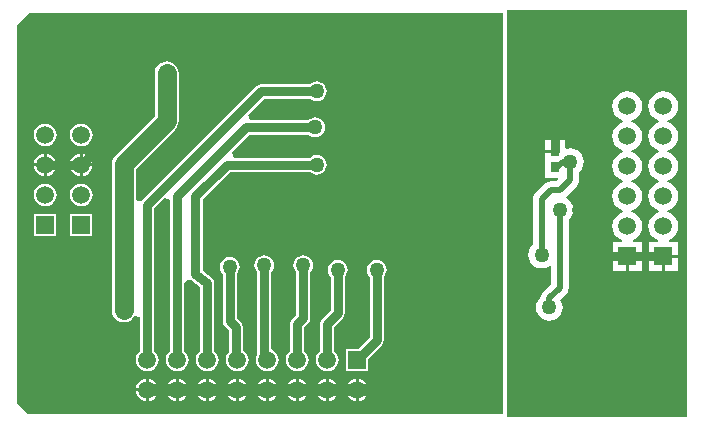
<source format=gbl>
%FSTAX43Y43*%
%MOMM*%
%SFA1B1*%

%IPPOS*%
%ADD11R,0.699999X0.899998*%
%ADD18C,0.499999*%
%ADD20C,0.799998*%
%ADD21C,1.599997*%
%ADD22C,1.499997*%
%ADD23R,1.499997X1.499997*%
%ADD24C,1.269997*%
%ADD25C,0.999998*%
%LNpcb2-1*%
%LPD*%
G36*
X0106171Y0054482D02*
X0090931D01*
Y0088899*
X0106171*
Y0054482*
G37*
G36*
X009055Y0054736D02*
X0050291D01*
X0049402Y0055625*
Y0087629*
X0050291Y0088518*
X0050418Y0088645*
X009055*
Y0054736*
G37*
%LNpcb2-2*%
%LPC*%
G36*
X0063118Y0057709D02*
Y0056895D01*
X0063932*
X0063917Y0057016*
X0063821Y0057247*
X0063669Y0057446*
X006347Y0057598*
X0063239Y0057694*
X0063118Y0057709*
G37*
G36*
X0065404D02*
X0065283Y0057694D01*
X0065052Y0057598*
X0064853Y0057446*
X0064701Y0057247*
X0064605Y0057016*
X006459Y0056895*
X0065404*
Y0057709*
G37*
G36*
X0065658D02*
Y0056895D01*
X0066472*
X0066457Y0057016*
X0066361Y0057247*
X0066209Y0057446*
X006601Y0057598*
X0065779Y0057694*
X0065658Y0057709*
G37*
G36*
X0062864D02*
X0062743Y0057694D01*
X0062512Y0057598*
X0062313Y0057446*
X0062161Y0057247*
X0062065Y0057016*
X006205Y0056895*
X0062864*
Y0057709*
G37*
G36*
X0079172Y0056641D02*
X0078358D01*
Y0055827*
X0078479Y0055842*
X007871Y0055938*
X0078909Y005609*
X0079061Y0056289*
X0079157Y005652*
X0079172Y0056641*
G37*
G36*
X0060324Y0057709D02*
X0060203Y0057694D01*
X0059972Y0057598*
X0059773Y0057446*
X0059621Y0057247*
X0059525Y0057016*
X005951Y0056895*
X0060324*
Y0057709*
G37*
G36*
X0060578D02*
Y0056895D01*
X0061392*
X0061377Y0057016*
X0061281Y0057247*
X0061129Y0057446*
X006093Y0057598*
X0060699Y0057694*
X0060578Y0057709*
G37*
G36*
X0073024D02*
X0072903Y0057694D01*
X0072672Y0057598*
X0072473Y0057446*
X0072321Y0057247*
X0072225Y0057016*
X007221Y0056895*
X0073024*
Y0057709*
G37*
G36*
X0073278D02*
Y0056895D01*
X0074092*
X0074077Y0057016*
X0073981Y0057247*
X0073829Y0057446*
X007363Y0057598*
X0073399Y0057694*
X0073278Y0057709*
G37*
G36*
X0075564D02*
X0075443Y0057694D01*
X0075212Y0057598*
X0075013Y0057446*
X0074861Y0057247*
X0074765Y0057016*
X007475Y0056895*
X0075564*
Y0057709*
G37*
G36*
X0070738D02*
Y0056895D01*
X0071552*
X0071537Y0057016*
X0071441Y0057247*
X0071289Y0057446*
X007109Y0057598*
X0070859Y0057694*
X0070738Y0057709*
G37*
G36*
X0067944D02*
X0067823Y0057694D01*
X0067592Y0057598*
X0067393Y0057446*
X0067241Y0057247*
X0067145Y0057016*
X006713Y0056895*
X0067944*
Y0057709*
G37*
G36*
X0068198D02*
Y0056895D01*
X0069012*
X0068997Y0057016*
X0068901Y0057247*
X0068749Y0057446*
X006855Y0057598*
X0068319Y0057694*
X0068198Y0057709*
G37*
G36*
X0070484D02*
X0070363Y0057694D01*
X0070132Y0057598*
X0069933Y0057446*
X0069781Y0057247*
X0069685Y0057016*
X006967Y0056895*
X0070484*
Y0057709*
G37*
G36*
X0078104Y0056641D02*
X007729D01*
X0077305Y005652*
X0077401Y0056289*
X0077553Y005609*
X0077752Y0055938*
X0077983Y0055842*
X0078104Y0055827*
Y0056641*
G37*
G36*
X0065404D02*
X006459D01*
X0064605Y005652*
X0064701Y0056289*
X0064853Y005609*
X0065052Y0055938*
X0065283Y0055842*
X0065404Y0055827*
Y0056641*
G37*
G36*
X0066472D02*
X0065658D01*
Y0055827*
X0065779Y0055842*
X006601Y0055938*
X0066209Y005609*
X0066361Y0056289*
X0066457Y005652*
X0066472Y0056641*
G37*
G36*
X0067944D02*
X006713D01*
X0067145Y005652*
X0067241Y0056289*
X0067393Y005609*
X0067592Y0055938*
X0067823Y0055842*
X0067944Y0055827*
Y0056641*
G37*
G36*
X0063932D02*
X0063118D01*
Y0055827*
X0063239Y0055842*
X006347Y0055938*
X0063669Y005609*
X0063821Y0056289*
X0063917Y005652*
X0063932Y0056641*
G37*
G36*
X0060324D02*
X005951D01*
X0059525Y005652*
X0059621Y0056289*
X0059773Y005609*
X0059972Y0055938*
X0060203Y0055842*
X0060324Y0055827*
Y0056641*
G37*
G36*
X0061392D02*
X0060578D01*
Y0055827*
X0060699Y0055842*
X006093Y0055938*
X0061129Y005609*
X0061281Y0056289*
X0061377Y005652*
X0061392Y0056641*
G37*
G36*
X0062864D02*
X006205D01*
X0062065Y005652*
X0062161Y0056289*
X0062313Y005609*
X0062512Y0055938*
X0062743Y0055842*
X0062864Y0055827*
Y0056641*
G37*
G36*
X0074092D02*
X0073278D01*
Y0055827*
X0073399Y0055842*
X007363Y0055938*
X0073829Y005609*
X0073981Y0056289*
X0074077Y005652*
X0074092Y0056641*
G37*
G36*
X0075564D02*
X007475D01*
X0074765Y005652*
X0074861Y0056289*
X0075013Y005609*
X0075212Y0055938*
X0075443Y0055842*
X0075564Y0055827*
Y0056641*
G37*
G36*
X0076632D02*
X0075818D01*
Y0055827*
X0075939Y0055842*
X007617Y0055938*
X0076369Y005609*
X0076521Y0056289*
X0076617Y005652*
X0076632Y0056641*
G37*
G36*
X0073024D02*
X007221D01*
X0072225Y005652*
X0072321Y0056289*
X0072473Y005609*
X0072672Y0055938*
X0072903Y0055842*
X0073024Y0055827*
Y0056641*
G37*
G36*
X0069012D02*
X0068198D01*
Y0055827*
X0068319Y0055842*
X006855Y0055938*
X0068749Y005609*
X0068901Y0056289*
X0068997Y005652*
X0069012Y0056641*
G37*
G36*
X0070484D02*
X006967D01*
X0069685Y005652*
X0069781Y0056289*
X0069933Y005609*
X0070132Y0055938*
X0070363Y0055842*
X0070484Y0055827*
Y0056641*
G37*
G36*
X0071552D02*
X0070738D01*
Y0055827*
X0070859Y0055842*
X007109Y0055938*
X0071289Y005609*
X0071441Y0056289*
X0071537Y005652*
X0071552Y0056641*
G37*
G36*
X0075818Y0057709D02*
Y0056895D01*
X0076632*
X0076617Y0057016*
X0076521Y0057247*
X0076369Y0057446*
X007617Y0057598*
X0075939Y0057694*
X0075818Y0057709*
G37*
G36*
X0052756Y0075691D02*
X0051942D01*
Y0074877*
X0052063Y0074892*
X0052294Y0074988*
X0052493Y007514*
X0052645Y0075339*
X0052741Y007557*
X0052756Y0075691*
G37*
G36*
X0054736D02*
X0053922D01*
X0053937Y007557*
X0054033Y0075339*
X0054185Y007514*
X0054384Y0074988*
X0054615Y0074892*
X0054736Y0074877*
Y0075691*
G37*
G36*
X0055804D02*
X005499D01*
Y0074877*
X0055111Y0074892*
X0055342Y0074988*
X0055541Y007514*
X0055693Y0075339*
X0055789Y007557*
X0055804Y0075691*
G37*
G36*
X0051688D02*
X0050874D01*
X0050889Y007557*
X0050985Y0075339*
X0051137Y007514*
X0051336Y0074988*
X0051567Y0074892*
X0051688Y0074877*
Y0075691*
G37*
G36*
X0055813Y0071688D02*
X0053913D01*
Y0069788*
X0055813*
Y0071688*
G37*
G36*
X0051815Y0074236D02*
X0051567Y0074204D01*
X0051336Y0074108*
X0051137Y0073956*
X0050985Y0073757*
X0050889Y0073526*
X0050857Y0073278*
X0050889Y007303*
X0050985Y0072799*
X0051137Y00726*
X0051336Y0072448*
X0051567Y0072352*
X0051815Y007232*
X0052063Y0072352*
X0052294Y0072448*
X0052493Y00726*
X0052645Y0072799*
X0052741Y007303*
X0052773Y0073278*
X0052741Y0073526*
X0052645Y0073757*
X0052493Y0073956*
X0052294Y0074108*
X0052063Y0074204*
X0051815Y0074236*
G37*
G36*
X0054863D02*
X0054615Y0074204D01*
X0054384Y0074108*
X0054185Y0073956*
X0054033Y0073757*
X0053937Y0073526*
X0053905Y0073278*
X0053937Y007303*
X0054033Y0072799*
X0054185Y00726*
X0054384Y0072448*
X0054615Y0072352*
X0054863Y007232*
X0055111Y0072352*
X0055342Y0072448*
X0055541Y00726*
X0055693Y0072799*
X0055789Y007303*
X0055821Y0073278*
X0055789Y0073526*
X0055693Y0073757*
X0055541Y0073956*
X0055342Y0074108*
X0055111Y0074204*
X0054863Y0074236*
G37*
G36*
X0051688Y0076759D02*
X0051567Y0076744D01*
X0051336Y0076648*
X0051137Y0076496*
X0050985Y0076297*
X0050889Y0076066*
X0050874Y0075945*
X0051688*
Y0076759*
G37*
G36*
X0051815Y0079316D02*
X0051567Y0079284D01*
X0051336Y0079188*
X0051137Y0079036*
X0050985Y0078837*
X0050889Y0078606*
X0050857Y0078358*
X0050889Y007811*
X0050985Y0077879*
X0051137Y007768*
X0051336Y0077528*
X0051567Y0077432*
X0051815Y00774*
X0052063Y0077432*
X0052294Y0077528*
X0052493Y007768*
X0052645Y0077879*
X0052741Y007811*
X0052773Y0078358*
X0052741Y0078606*
X0052645Y0078837*
X0052493Y0079036*
X0052294Y0079188*
X0052063Y0079284*
X0051815Y0079316*
G37*
G36*
X0054863D02*
X0054615Y0079284D01*
X0054384Y0079188*
X0054185Y0079036*
X0054033Y0078837*
X0053937Y0078606*
X0053905Y0078358*
X0053937Y007811*
X0054033Y0077879*
X0054185Y007768*
X0054384Y0077528*
X0054615Y0077432*
X0054863Y00774*
X0055111Y0077432*
X0055342Y0077528*
X0055541Y007768*
X0055693Y0077879*
X0055789Y007811*
X0055821Y0078358*
X0055789Y0078606*
X0055693Y0078837*
X0055541Y0079036*
X0055342Y0079188*
X0055111Y0079284*
X0054863Y0079316*
G37*
G36*
X0062102Y0084574D02*
X0061841Y0084539D01*
X0061598Y0084438*
X0061389Y0084278*
X0061228Y0084069*
X0061128Y0083826*
X0061093Y0083565*
Y0079919*
X0057736Y0076561*
X0057575Y0076352*
X0057475Y0076109*
X005744Y0075848*
Y0063499*
X0057475Y0063238*
X0057575Y0062995*
X0057736Y0062786*
X0057945Y0062625*
X0058188Y0062525*
X0058449Y006249*
X005871Y0062525*
X0058953Y0062625*
X0059162Y0062786*
X0059322Y0062995*
X0059349Y0063058*
X0059839Y0062961*
Y0060036*
X0059773Y0059986*
X0059621Y0059787*
X0059525Y0059556*
X0059493Y0059308*
X0059525Y005906*
X0059621Y0058829*
X0059773Y005863*
X0059972Y0058478*
X0060203Y0058382*
X0060451Y005835*
X0060699Y0058382*
X006093Y0058478*
X0061129Y005863*
X0061281Y0058829*
X0061377Y005906*
X0061409Y0059308*
X0061377Y0059556*
X0061281Y0059787*
X0061129Y0059986*
X0061063Y0060036*
Y0072136*
X0061917Y007299*
X0062379Y0072799*
Y0060036*
X0062313Y0059986*
X0062161Y0059787*
X0062065Y0059556*
X0062033Y0059308*
X0062065Y005906*
X0062161Y0058829*
X0062313Y005863*
X0062512Y0058478*
X0062743Y0058382*
X0062991Y005835*
X0063239Y0058382*
X006347Y0058478*
X0063669Y005863*
X0063821Y0058829*
X0063917Y005906*
X0063949Y0059308*
X0063917Y0059556*
X0063821Y0059787*
X0063669Y0059986*
X0063603Y0060036*
Y0065786*
X0063921Y006607*
X0064081Y0066119*
X0064084Y0066114*
X006412Y006609*
X0064149Y0066058*
X0064919Y0065479*
Y0060036*
X0064853Y0059986*
X0064701Y0059787*
X0064605Y0059556*
X0064573Y0059308*
X0064605Y005906*
X0064701Y0058829*
X0064853Y005863*
X0065052Y0058478*
X0065283Y0058382*
X0065531Y005835*
X0065779Y0058382*
X006601Y0058478*
X0066209Y005863*
X0066361Y0058829*
X0066457Y005906*
X0066489Y0059308*
X0066457Y0059556*
X0066361Y0059787*
X0066209Y0059986*
X0066143Y0060036*
Y0065785*
X0066134Y0065828*
X0066137Y0065871*
X0066111Y0065944*
X0066096Y0066019*
X0066072Y0066055*
X0066058Y0066096*
X0066006Y0066154*
X0065964Y0066218*
X0065927Y0066242*
X0065898Y0066274*
X0065129Y0066853*
Y0072898*
X0067436Y0075206*
X0074228*
X0074381Y0075089*
X0074584Y0075004*
X0074802Y0074976*
X007502Y0075004*
X0075223Y0075089*
X0075398Y0075222*
X0075531Y0075397*
X0075616Y00756*
X0075644Y0075818*
X0075616Y0076036*
X0075531Y0076239*
X0075398Y0076414*
X0075223Y0076547*
X007502Y0076632*
X0074802Y007666*
X0074584Y0076632*
X0074381Y0076547*
X0074228Y007643*
X0067788*
X0067597Y0076892*
X0069086Y0078381*
X0074101*
X0074254Y0078264*
X0074457Y0078179*
X0074675Y0078151*
X0074893Y0078179*
X0075096Y0078264*
X0075271Y0078397*
X0075404Y0078572*
X0075489Y0078775*
X0075517Y0078993*
X0075489Y0079211*
X0075404Y0079414*
X0075271Y0079589*
X0075096Y0079722*
X0074893Y0079807*
X0074675Y0079835*
X0074457Y0079807*
X0074254Y0079722*
X0074101Y0079605*
X0069185*
X0068994Y0080067*
X0070356Y0081429*
X0074228*
X0074381Y0081312*
X0074584Y0081227*
X0074802Y0081199*
X007502Y0081227*
X0075223Y0081312*
X0075398Y0081445*
X0075531Y008162*
X0075616Y0081823*
X0075644Y0082041*
X0075616Y0082259*
X0075531Y0082462*
X0075398Y0082637*
X0075223Y008277*
X007502Y0082855*
X0074802Y0082883*
X0074584Y0082855*
X0074381Y008277*
X0074228Y0082653*
X0070103*
X0069869Y0082606*
X006967Y0082474*
X0060018Y0072822*
X0059936Y0072698*
X0059458Y0072843*
Y007543*
X0062815Y0078788*
X0062976Y0078997*
X0063076Y007924*
X0063111Y0079501*
Y0083565*
X0063076Y0083826*
X0062976Y0084069*
X0062815Y0084278*
X0062606Y0084438*
X0062363Y0084539*
X0062102Y0084574*
G37*
G36*
X0094868Y0077926D02*
X0094145D01*
Y0077103*
X0094868*
Y0077926*
G37*
G36*
X0051942Y0076759D02*
Y0075945D01*
X0052756*
X0052741Y0076066*
X0052645Y0076297*
X0052493Y0076496*
X0052294Y0076648*
X0052063Y0076744*
X0051942Y0076759*
G37*
G36*
X0054736D02*
X0054615Y0076744D01*
X0054384Y0076648*
X0054185Y0076496*
X0054033Y0076297*
X0053937Y0076066*
X0053922Y0075945*
X0054736*
Y0076759*
G37*
G36*
X005499D02*
Y0075945D01*
X0055804*
X0055789Y0076066*
X0055693Y0076297*
X0055541Y0076496*
X0055342Y0076648*
X0055111Y0076744*
X005499Y0076759*
G37*
G36*
X0073659Y0068151D02*
X0073441Y0068123D01*
X0073238Y0068038*
X0073063Y0067905*
X007293Y006773*
X0072845Y0067527*
X0072817Y0067309*
X0072845Y0067091*
X007293Y0066888*
X0073047Y0066735*
Y0063117*
X0072718Y0062789*
X0072586Y006259*
X0072539Y0062356*
Y0060036*
X0072473Y0059986*
X0072321Y0059787*
X0072225Y0059556*
X0072193Y0059308*
X0072225Y005906*
X0072321Y0058829*
X0072473Y005863*
X0072672Y0058478*
X0072903Y0058382*
X0073151Y005835*
X0073399Y0058382*
X007363Y0058478*
X0073829Y005863*
X0073981Y0058829*
X0074077Y005906*
X0074109Y0059308*
X0074077Y0059556*
X0073981Y0059787*
X0073829Y0059986*
X0073763Y0060036*
Y0062103*
X0074092Y0062431*
X0074224Y006263*
X0074271Y0062864*
Y0066735*
X0074388Y0066888*
X0074473Y0067091*
X0074501Y0067309*
X0074473Y0067527*
X0074388Y006773*
X0074255Y0067905*
X007408Y0068038*
X0073877Y0068123*
X0073659Y0068151*
G37*
G36*
X007658Y006777D02*
X0076362Y0067742D01*
X0076159Y0067657*
X0075984Y0067524*
X0075851Y0067349*
X0075766Y0067146*
X0075738Y0066928*
X0075766Y006671*
X0075851Y0066507*
X0075968Y0066354*
Y0063498*
X0075258Y0062789*
X0075126Y006259*
X0075079Y0062356*
Y0060036*
X0075013Y0059986*
X0074861Y0059787*
X0074765Y0059556*
X0074733Y0059308*
X0074765Y005906*
X0074861Y0058829*
X0075013Y005863*
X0075212Y0058478*
X0075443Y0058382*
X0075691Y005835*
X0075939Y0058382*
X007617Y0058478*
X0076369Y005863*
X0076521Y0058829*
X0076617Y005906*
X0076649Y0059308*
X0076617Y0059556*
X0076521Y0059787*
X0076369Y0059986*
X0076303Y0060036*
Y0062103*
X0077013Y0062812*
X0077145Y0063011*
X0077192Y0063245*
Y0066354*
X0077309Y0066507*
X0077394Y006671*
X0077422Y0066928*
X0077394Y0067146*
X0077309Y0067349*
X0077176Y0067524*
X0077001Y0067657*
X0076798Y0067742*
X007658Y006777*
G37*
G36*
X0079882D02*
X0079664Y0067742D01*
X0079461Y0067657*
X0079286Y0067524*
X0079153Y0067349*
X0079068Y0067146*
X007904Y0066928*
X0079068Y006671*
X0079153Y0066507*
X007927Y0066354*
Y0061212*
X0078316Y0060258*
X0077281*
Y0058358*
X0079181*
Y0059393*
X0080315Y0060526*
X0080447Y0060725*
X0080494Y0060959*
Y0066354*
X0080611Y0066507*
X0080696Y006671*
X0080724Y0066928*
X0080696Y0067146*
X0080611Y0067349*
X0080478Y0067524*
X0080303Y0067657*
X00801Y0067742*
X0079882Y006777*
G37*
G36*
X0070357Y0068151D02*
X0070139Y0068123D01*
X0069936Y0068038*
X0069761Y0067905*
X0069628Y006773*
X0069543Y0067527*
X0069515Y0067309*
X0069543Y0067091*
X0069628Y0066888*
X0069745Y0066735*
Y00597*
X0069685Y0059556*
X0069653Y0059308*
X0069685Y005906*
X0069781Y0058829*
X0069933Y005863*
X0070132Y0058478*
X0070363Y0058382*
X0070611Y005835*
X0070859Y0058382*
X007109Y0058478*
X0071289Y005863*
X0071441Y0058829*
X0071537Y005906*
X0071569Y0059308*
X0071537Y0059556*
X0071441Y0059787*
X0071289Y0059986*
X007109Y0060138*
X0070969Y0060188*
Y0066735*
X0071086Y0066888*
X0071171Y0067091*
X0071199Y0067309*
X0071171Y0067527*
X0071086Y006773*
X0070953Y0067905*
X0070778Y0068038*
X0070575Y0068123*
X0070357Y0068151*
G37*
G36*
X0078104Y0057709D02*
X0077983Y0057694D01*
X0077752Y0057598*
X0077553Y0057446*
X0077401Y0057247*
X0077305Y0057016*
X007729Y0056895*
X0078104*
Y0057709*
G37*
G36*
X0078358D02*
Y0056895D01*
X0079172*
X0079157Y0057016*
X0079061Y0057247*
X0078909Y0057446*
X007871Y0057598*
X0078479Y0057694*
X0078358Y0057709*
G37*
G36*
X0067436Y0068024D02*
X0067218Y0067996D01*
X0067015Y0067911*
X006684Y0067778*
X0066707Y0067603*
X0066622Y00674*
X0066594Y0067182*
X0066622Y0066964*
X0066707Y0066761*
X0066824Y0066608*
Y006261*
X0066871Y0062376*
X0067003Y0062177*
X0067332Y0061849*
Y0059906*
X0067241Y0059787*
X0067145Y0059556*
X0067113Y0059308*
X0067145Y005906*
X0067241Y0058829*
X0067393Y005863*
X0067592Y0058478*
X0067823Y0058382*
X0068071Y005835*
X0068319Y0058382*
X006855Y0058478*
X0068749Y005863*
X0068901Y0058829*
X0068997Y005906*
X0069029Y0059308*
X0068997Y0059556*
X0068901Y0059787*
X0068749Y0059986*
X0068556Y0060133*
Y0062102*
X0068509Y0062336*
X0068377Y0062535*
X0068048Y0062863*
Y0066608*
X0068165Y0066761*
X006825Y0066964*
X0068278Y0067182*
X006825Y00674*
X0068165Y0067603*
X0068032Y0067778*
X0067857Y0067911*
X0067654Y0067996*
X0067436Y0068024*
G37*
G36*
X0095845Y0077926D02*
X0095122D01*
Y0076976*
X0094995*
Y0076849*
X0094145*
Y0076026*
Y0074726*
X0094788*
X0094799Y0074721*
X0094995Y0074696*
X0095191Y0074721*
X0095193Y0074722*
X0095234Y0074662*
X0095256Y0074609*
X0095063Y0074415*
X0094614*
X0094418Y007439*
X0094236Y0074314*
X0094079Y0074194*
X0093317Y0073432*
X0093197Y0073275*
X0093121Y0073093*
X0093096Y0072897*
Y0069048*
X0093043Y0069007*
X0092861Y006877*
X0092746Y0068494*
X0092707Y0068198*
X0092746Y0067902*
X0092861Y0067626*
X0093043Y0067389*
X009328Y0067207*
X0093556Y0067092*
X0093852Y0067053*
X0094148Y0067092*
X0094424Y0067207*
X0094506Y0067269*
X009462Y0067213*
Y0065717*
X0093952Y006505*
X0093832Y0064893*
X0093756Y0064711*
X0093743Y0064613*
X0093678Y0064562*
X0093496Y0064325*
X0093381Y0064049*
X0093342Y0063753*
X0093381Y0063457*
X0093496Y0063181*
X0093678Y0062944*
X0093915Y0062762*
X0094191Y0062647*
X0094487Y0062608*
X0094783Y0062647*
X0095059Y0062762*
X0095296Y0062944*
X0095478Y0063181*
X0095593Y0063457*
X0095632Y0063753*
X0095593Y0064049*
X0095478Y0064325*
X009543Y0064388*
X0095911Y0064869*
X0096031Y0065026*
X0096107Y0065208*
X0096132Y0065404*
Y0071158*
X0096185Y0071199*
X0096367Y0071436*
X0096482Y0071712*
X0096521Y0072008*
X0096482Y0072304*
X0096367Y007258*
X0096185Y0072817*
X0095948Y0072999*
X0095926Y0073009*
X0095911Y0073124*
X00968Y0074013*
X009692Y007417*
X0096996Y0074352*
X0097021Y0074548*
Y0075222*
X0097074Y0075263*
X0097256Y00755*
X0097371Y0075776*
X009741Y0076072*
X0097371Y0076368*
X0097256Y0076644*
X0097074Y0076881*
X0096837Y0077063*
X0096561Y0077178*
X0096265Y0077217*
X0095969Y0077178*
X0095951Y007717*
X0095845Y0077241*
Y0077926*
G37*
G36*
X0101091Y0082032D02*
X0100765Y0081989D01*
X0100461Y0081863*
X0100199Y0081663*
X0099999Y0081401*
X0099873Y0081097*
X009983Y0080771*
X0099873Y0080445*
X0099999Y0080141*
X0100199Y0079879*
X0100461Y0079679*
X0100737Y0079564*
Y0079437*
X0100461Y0079323*
X0100199Y0079123*
X0099999Y0078861*
X0099873Y0078557*
X009983Y0078231*
X0099873Y0077905*
X0099999Y0077601*
X0100199Y0077339*
X0100461Y0077139*
X0100737Y0077024*
Y0076897*
X0100461Y0076783*
X0100199Y0076583*
X0099999Y0076321*
X0099873Y0076017*
X009983Y0075691*
X0099873Y0075365*
X0099999Y0075061*
X0100199Y0074799*
X0100461Y0074599*
X0100737Y0074484*
Y0074357*
X0100461Y0074243*
X0100199Y0074043*
X0099999Y0073781*
X0099873Y0073477*
X009983Y0073151*
X0099873Y0072825*
X0099999Y0072521*
X0100199Y0072259*
X0100461Y0072059*
X0100737Y0071945*
Y0071817*
X0100461Y0071703*
X0100199Y0071503*
X0099999Y0071241*
X0099873Y0070937*
X009983Y0070611*
X0099873Y0070285*
X0099999Y0069981*
X0100199Y0069719*
X0100461Y0069519*
X0100638Y0069446*
X0100613Y0069321*
X0099841*
Y0068198*
X0102341*
Y0069321*
X0101569*
X0101544Y0069446*
X0101721Y0069519*
X0101983Y0069719*
X0102183Y0069981*
X0102309Y0070285*
X0102352Y0070611*
X0102309Y0070937*
X0102183Y0071241*
X0101983Y0071503*
X0101721Y0071703*
X0101445Y0071817*
Y0071945*
X0101721Y0072059*
X0101983Y0072259*
X0102183Y0072521*
X0102309Y0072825*
X0102352Y0073151*
X0102309Y0073477*
X0102183Y0073781*
X0101983Y0074043*
X0101721Y0074243*
X0101445Y0074357*
Y0074484*
X0101721Y0074599*
X0101983Y0074799*
X0102183Y0075061*
X0102309Y0075365*
X0102352Y0075691*
X0102309Y0076017*
X0102183Y0076321*
X0101983Y0076583*
X0101721Y0076783*
X0101445Y0076897*
Y0077024*
X0101721Y0077139*
X0101983Y0077339*
X0102183Y0077601*
X0102309Y0077905*
X0102352Y0078231*
X0102309Y0078557*
X0102183Y0078861*
X0101983Y0079123*
X0101721Y0079323*
X0101445Y0079437*
Y0079564*
X0101721Y0079679*
X0101983Y0079879*
X0102183Y0080141*
X0102309Y0080445*
X0102352Y0080771*
X0102309Y0081097*
X0102183Y0081401*
X0101983Y0081663*
X0101721Y0081863*
X0101417Y0081989*
X0101091Y0082032*
G37*
G36*
X0104139D02*
X0103813Y0081989D01*
X0103509Y0081863*
X0103247Y0081663*
X0103047Y0081401*
X0102921Y0081097*
X0102878Y0080771*
X0102921Y0080445*
X0103047Y0080141*
X0103247Y0079879*
X0103509Y0079679*
X0103785Y0079564*
Y0079437*
X0103509Y0079323*
X0103247Y0079123*
X0103047Y0078861*
X0102921Y0078557*
X0102878Y0078231*
X0102921Y0077905*
X0103047Y0077601*
X0103247Y0077339*
X0103509Y0077139*
X0103785Y0077024*
Y0076897*
X0103509Y0076783*
X0103247Y0076583*
X0103047Y0076321*
X0102921Y0076017*
X0102878Y0075691*
X0102921Y0075365*
X0103047Y0075061*
X0103247Y0074799*
X0103509Y0074599*
X0103785Y0074484*
Y0074357*
X0103509Y0074243*
X0103247Y0074043*
X0103047Y0073781*
X0102921Y0073477*
X0102878Y0073151*
X0102921Y0072825*
X0103047Y0072521*
X0103247Y0072259*
X0103509Y0072059*
X0103785Y0071945*
Y0071817*
X0103509Y0071703*
X0103247Y0071503*
X0103047Y0071241*
X0102921Y0070937*
X0102878Y0070611*
X0102921Y0070285*
X0103047Y0069981*
X0103247Y0069719*
X0103509Y0069519*
X0103686Y0069446*
X0103661Y0069321*
X0102889*
Y0068198*
X0105389*
Y0069321*
X0104617*
X0104592Y0069446*
X0104769Y0069519*
X0105031Y0069719*
X0105231Y0069981*
X0105357Y0070285*
X01054Y0070611*
X0105357Y0070937*
X0105231Y0071241*
X0105031Y0071503*
X0104769Y0071703*
X0104493Y0071817*
Y0071945*
X0104769Y0072059*
X0105031Y0072259*
X0105231Y0072521*
X0105357Y0072825*
X01054Y0073151*
X0105357Y0073477*
X0105231Y0073781*
X0105031Y0074043*
X0104769Y0074243*
X0104493Y0074357*
Y0074484*
X0104769Y0074599*
X0105031Y0074799*
X0105231Y0075061*
X0105357Y0075365*
X01054Y0075691*
X0105357Y0076017*
X0105231Y0076321*
X0105031Y0076583*
X0104769Y0076783*
X0104493Y0076897*
Y0077024*
X0104769Y0077139*
X0105031Y0077339*
X0105231Y0077601*
X0105357Y0077905*
X01054Y0078231*
X0105357Y0078557*
X0105231Y0078861*
X0105031Y0079123*
X0104769Y0079323*
X0104493Y0079437*
Y0079564*
X0104769Y0079679*
X0105031Y0079879*
X0105231Y0080141*
X0105357Y0080445*
X01054Y0080771*
X0105357Y0081097*
X0105231Y0081401*
X0105031Y0081663*
X0104769Y0081863*
X0104465Y0081989*
X0104139Y0082032*
G37*
G36*
X0052765Y0071688D02*
X0050865D01*
Y0069788*
X0052765*
Y0071688*
G37*
G36*
X0105389Y0067944D02*
X0104266D01*
Y0066821*
X0105389*
Y0067944*
G37*
G36*
X0100964D02*
X0099841D01*
Y0066821*
X0100964*
Y0067944*
G37*
G36*
X0102341D02*
X0101218D01*
Y0066821*
X0102341*
Y0067944*
G37*
G36*
X0104012D02*
X0102889D01*
Y0066821*
X0104012*
Y0067944*
G37*
%LNpcb2-3*%
%LPD*%
G54D11*
X0094995Y0075676D03*
Y0076976D03*
G54D18*
X0095615Y0076072D02*
X0096265D01*
Y0074548D02*
Y0076072D01*
X0095376Y0073659D02*
X0096265Y0074548D01*
X0094614Y0073659D02*
X0095376D01*
X0093852Y0072897D02*
X0094614Y0073659D01*
X0093852Y0068198D02*
Y0072897D01*
X0094995Y0075452D02*
X0095615Y0076072D01*
X0094487Y0063753D02*
Y0064515D01*
X0095376Y0065404*
Y0072008*
G54D20*
X0097662Y006896D02*
Y0069214D01*
X0065912Y0067817D02*
X0066166D01*
X0068833D02*
X006896D01*
X0097027Y0073151D02*
X0098297Y0074421D01*
X0097027Y0085343D02*
X0098297Y0084073D01*
X0094995Y0076976D02*
Y0078104D01*
X0095503Y0078612*
X0079882Y0060959D02*
Y0066928D01*
X0078231Y0059308D02*
X0079882Y0060959D01*
X0070357Y0059562D02*
Y0067309D01*
Y0059562D02*
X0070611Y0059308D01*
X007658Y0063245D02*
Y0066928D01*
X0075691Y0062356D02*
X007658Y0063245D01*
X0075691Y0059308D02*
Y0062356D01*
X0073659Y0062864D02*
Y0067309D01*
X0073151Y0062356D02*
X0073659Y0062864D01*
X0073151Y0059308D02*
Y0062356D01*
X0067436Y006261D02*
Y0067182D01*
Y006261D02*
X0067944Y0062102D01*
Y0059435D02*
Y0062102D01*
X0067182Y0075818D02*
X0074802D01*
X0064517Y0073151D02*
X0067182Y0075818D01*
X0064517Y0066547D02*
Y0073151D01*
Y0066547D02*
X0065531Y0065785D01*
Y0059308D02*
Y0065785D01*
X0068833Y0078993D02*
X0074675D01*
X0062991Y0073151D02*
X0068833Y0078993D01*
X0062991Y0059308D02*
Y0073151D01*
X0070103Y0082041D02*
X0074802D01*
X0060451Y0072389D02*
X0070103Y0082041D01*
X0060451Y0059308D02*
Y0072389D01*
X0080517Y0056768D02*
X0081533Y0057784D01*
X0075691Y0083692D02*
X0076326Y0083057D01*
Y0081406D02*
Y0083057D01*
X0075437Y0080517D02*
X0076326Y0081406D01*
X0075437Y0080517D02*
X0076453Y0079501D01*
Y0078358D02*
Y0079501D01*
X0075437Y0077342D02*
X0076453Y0078358D01*
X0075437Y0077342D02*
X0075945D01*
X007658Y0076707*
Y007531D02*
Y0076707D01*
X0075056Y0073786D02*
X007658Y007531D01*
X0075183Y0067817D02*
X0076072Y0068833D01*
X0072897D02*
X0074421D01*
X0072135Y0067817D02*
X0072897Y0068833D01*
X0071754Y0067817D02*
X0072135D01*
X0070738Y0068833D02*
X0071754Y0067817D01*
X0069595Y0068833D02*
X0070738D01*
X0068706Y0067944D02*
X0069595Y0068833D01*
X0068579Y0067944D02*
X0068706D01*
X0067944Y0068579D02*
X0068579Y0067944D01*
X0066293Y0068579D02*
X0067944D01*
X0065912Y0068198D02*
X0066293Y0068579D01*
X0065912Y0067817D02*
Y0068198D01*
X0074421Y0068833D02*
X0075056Y0067944D01*
Y0073786D02*
X0075183Y0067817D01*
X0095503Y0078612D02*
X0098297D01*
X0097027Y0069595D02*
Y0073151D01*
X0098551Y0068071D02*
X0104139D01*
X0097027Y0069595D02*
X0098551Y0068071D01*
X0098297Y0074421D02*
Y0084073D01*
X0051815Y0075818D02*
X0054863D01*
X0058546Y0082549D02*
X0061467Y008547D01*
X0075437Y0083565D02*
Y0085343D01*
X0054863Y0075818D02*
X0058546Y0079501D01*
Y0082549*
X0075437Y0085343D02*
X0075564Y008547D01*
X0061467D02*
X0088645D01*
X0061848Y0083311D02*
X0062102Y0083565D01*
X0080771Y0068833D02*
X0081533Y0068071D01*
X008166Y0067182D02*
X0085978D01*
X0077215Y0068833D02*
X0078358Y006769D01*
X0081533Y0067309D02*
X008166Y0067182D01*
X0081533Y0057784D02*
Y0068071D01*
X0076072Y0068833D02*
X0080771D01*
G54D21*
X0058449Y0063499D02*
Y0075848D01*
X0062102Y0079501D02*
Y0083565D01*
X0058449Y0075848D02*
X0062102Y0079501D01*
G54D22*
X0054863Y0078358D03*
Y0075818D03*
X0060451Y0056768D03*
Y0059308D03*
X0062991Y0056768D03*
Y0059308D03*
X0065531Y0056768D03*
Y0059308D03*
X0068071Y0056768D03*
Y0059308D03*
X0070611Y0056768D03*
Y0059308D03*
X0073151Y0056768D03*
Y0059308D03*
X0075691Y0056768D03*
Y0059308D03*
X0078231Y0056768D03*
X0054863Y0073278D03*
X0051815D03*
Y0075818D03*
Y0078358D03*
X0101091Y0070611D03*
Y0073151D03*
Y0075691D03*
Y0078231D03*
Y0080771D03*
X0104139D03*
Y0078231D03*
Y0075691D03*
Y0073151D03*
Y0070611D03*
G54D23*
X0078231Y0059308D03*
X0101091Y0068071D03*
X0104139D03*
X0054863Y0070738D03*
X0051815D03*
G54D24*
X0075437Y0083565D03*
X0074802Y0082041D03*
X0075437Y0080517D03*
X0074675Y0078993D03*
X0075437Y0077342D03*
X0074802Y0075818D03*
X0065912Y0067817D03*
X0067436Y0067182D03*
X0068833Y0067817D03*
X0070357Y0067309D03*
X0072135Y0067817D03*
X0073659Y0067309D03*
X0075183Y0067817D03*
X007658Y0066928D03*
X0078358Y006769D03*
X0079882Y0066928D03*
X0096265Y0076072D03*
X0095376Y0072008D03*
X0097027D03*
X0097012Y0085485D03*
X0093852Y0068198D03*
X0094487Y0063753D03*
X0097662Y006896D03*
X0088645Y008547D03*
X0081787Y006388D03*
X0058449Y0063499D03*
X0062102Y0083565D03*
X0085978Y0067182D03*
G54D25*
X0060451Y0056768D02*
X0080517D01*
M02*
</source>
